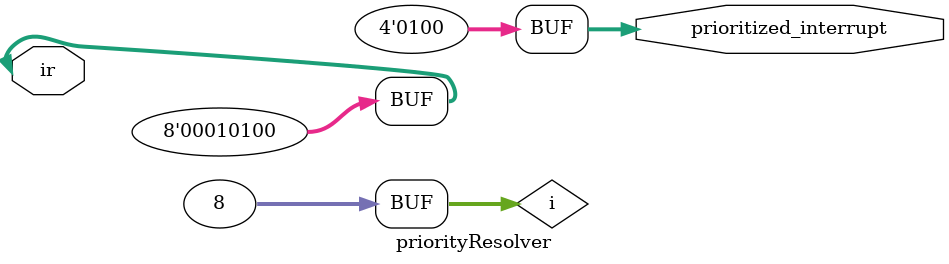
<source format=v>
module priorityResolver(ir,prioritized_interrupt);

input [7:0]ir;
assign ir = 'b00010100;
output reg[3:0] prioritized_interrupt;
integer i;

initial begin
$monitor("%d",prioritized_interrupt);
end

always@(ir)begin 
  prioritized_interrupt = 'd4;
  for(i=0;i<8;i = i + 1)begin
    if(ir[i] == 1)begin
      prioritized_interrupt = i;
      i = 8;  //to end for loop
    end
  end
end

endmodule



</source>
